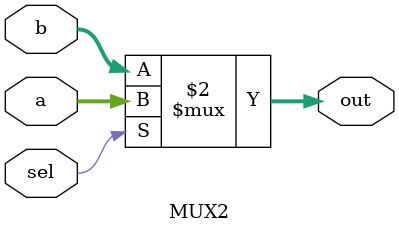
<source format=v>
module MUX2 #(parameter data_width = 4) (
        input  wire             sel,
        input  wire [data_width - 1 : 0] a,
        input  wire [data_width - 1 : 0] b,
        output wire [data_width - 1 : 0] out
    );

    assign out = (sel == 1'b1) ? a : b;

endmodule
</source>
